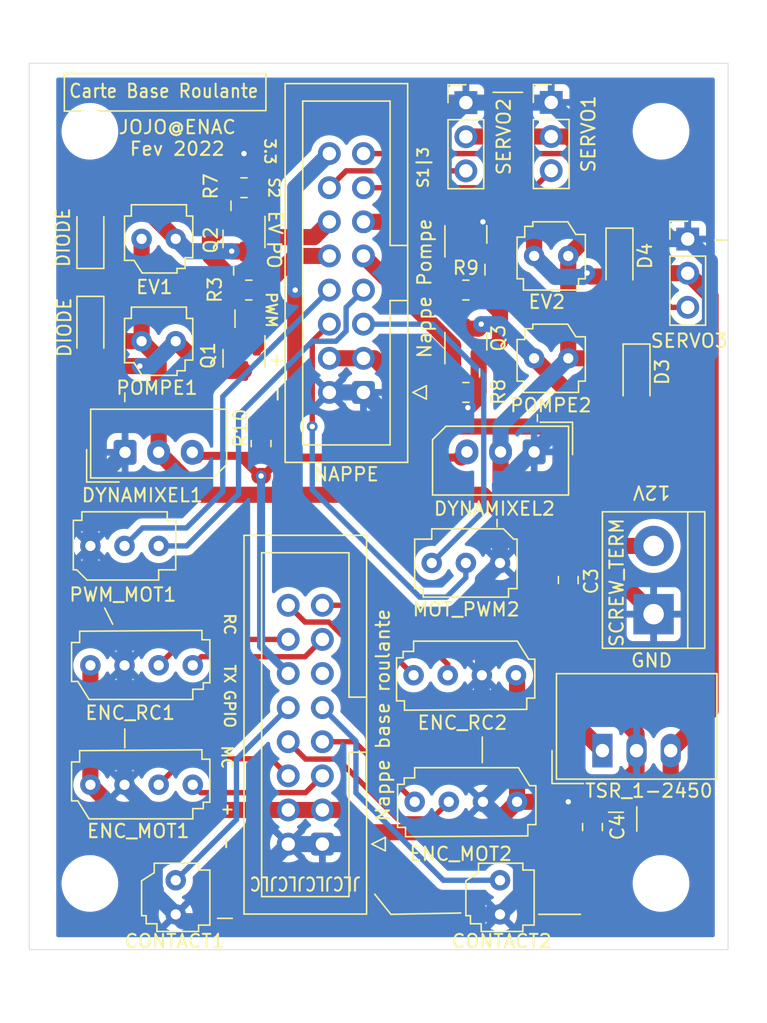
<source format=kicad_pcb>
(kicad_pcb (version 20211014) (generator pcbnew)
  (layers (0 "F.Cu" signal) (31 "B.Cu" signal) (34 "B.Paste" user) (35 "F.Paste" user) (36 "B.SilkS" user "B.Silkscreen") (37 "F.SilkS" user "F.Silkscreen") (38 "B.Mask" user) (39 "F.Mask" user) (44 "Edge.Cuts" user))
  (net 0 "")
  (net 1 "+12V")
  (net 2 "GND")
  (net 3 "+5V")
  (net 4 "Net-(CONN_COL2-Pad2)")
  (net 5 "Net-(CONN_COL3-Pad2)")
  (net 6 "CONTACTEUR1_GPIO")
  (net 7 "Net-(CONN_COL5-Pad2)")
  (net 8 "Net-(CONN_COL6-Pad2)")
  (net 9 "CONTACTEUR2_GPIO")
  (net 10 "MC1B")
  (net 11 "MC1A")
  (net 12 "MC2B")
  (net 13 "MC2A")
  (net 15 "DataAX12_TX")
  (net 16 "RC_1B")
  (net 17 "RC_1A")
  (net 18 "RC_2B")
  (net 19 "RC_2A")
  (net 20 "S3")
  (net 21 "S2")
  (net 22 "Mot2PWM")
  (net 23 "Mot2DIR")
  (net 24 "Mot1PWM")
  (net 25 "Mot1DIR")
  (net 26 "S1")
  (net 27 "POMPE1")
  (net 28 "POMPE2")
  (net 29 "EV1")
  (net 30 "EV2")
  (net 31 "+3V3")
  (footprint "Connector_IDC:IDC-Header_2x08_P2.54mm_Vertical" (layer "F.Cu") (at 111.801511 179.07 180)
    (fp_text reference "Nappe base roulante")
    (fp_text value "Conn_02x08_Top_Bottom")
  )
  (footprint "Converter_DCDC:Converter_DCDC_TRACO_TSR-1_THT" (layer "F.Cu") (at 132.639011 172.111511)
    (fp_text reference "TSR_1-2450")
    (fp_text value "TSR_1-2450")
  )
  (footprint "TerminalBlock:TerminalBlock_bornier-2_P5.08mm" (layer "F.Cu") (at 136.449011 161.951511 90)
    (fp_text reference "SCREW_TERM")
    (fp_text value "Screw_Terminal_01x02")
  )
  (footprint "Capacitor_SMD:C_0805_2012Metric" (layer "F.Cu") (at 130.099011 159.411511 -90)
    (fp_text reference "C3")
    (fp_text value "C")
  )
  (footprint "Diode_SMD:D_SOD-123F" (layer "F.Cu") (at 133.909011 135.411511 -90)
    (fp_text reference "D4")
    (fp_text value "PMEG2020EH")
  )
  (footprint "Resistor_SMD:R_0805_2012Metric" (layer "F.Cu") (at 107.239011 149.251511 -90)
    (fp_text reference "R10")
    (fp_text value "1k")
  )
  (footprint "MountingHole:MountingHole_3.2mm_M3" (layer "F.Cu") (at 94.5 126)
    (fp_text reference "R")
    (fp_text value "MountingHole_3.2mm_M3")
  )
  (footprint "library:HE14_EMBASE_1x03" (layer "F.Cu") (at 94.539011 156.871511)
    (fp_text reference "PWM_MOT1")
    (fp_text value "MOT_PWM_1")
  )
  (footprint "library:HE14_EMBASE_1x02" (layer "F.Cu") (at 97.587011 141.631511)
    (fp_text reference "POMPE1")
    (fp_text value "POMPE1")
  )
  (footprint "Package_TO_SOT_SMD:SOT-23" (layer "F.Cu") (at 122.479011 133.679011 90)
    (fp_text reference "Nappe Pompe")
    (fp_text value "IRLML0030")
  )
  (footprint "Package_TO_SOT_SMD:SOT-23" (layer "F.Cu") (at 122.479011 141.631511 90)
    (fp_text reference "Q3")
    (fp_text value "IRLML0030")
  )
  (footprint "Resistor_SMD:R_0805_2012Metric" (layer "F.Cu") (at 106.326511 137.821511 180)
    (fp_text reference "R3")
    (fp_text value "10k")
  )
  (footprint "Resistor_SMD:R_0805_2012Metric" (layer "F.Cu") (at 122.479011 145.441511)
    (fp_text reference "R8")
    (fp_text value "10k")
  )
  (footprint "library:HE14_EMBASE_1x02" (layer "F.Cu") (at 125.019011 181.001511 -90)
    (fp_text reference "CONTACT2")
    (fp_text value "CONTACT_2")
  )
  (footprint "Connector_PinHeader_2.54mm:PinHeader_1x03_P2.54mm_Vertical" (layer "F.Cu") (at 128.829011 123.851511)
    (fp_text reference "SERVO1")
    (fp_text value "SERVO1")
  )
  (footprint "library:HE14_EMBASE_1x04" (layer "F.Cu") (at 126.21 166.5 180)
    (fp_text reference "ENC_RC2")
    (fp_text value "ENC_FOL_2")
  )
  (footprint "Diode_SMD:D_SOD-123F" (layer "F.Cu") (at 135.179011 144.041511 -90)
    (fp_text reference "D3")
    (fp_text value "PMEG2020EH")
  )
  (footprint "library:HE14_EMBASE_1x02" (layer "F.Cu") (at 130.861011 135.281511 180)
    (fp_text reference "EV2")
    (fp_text value "EV2")
  )
  (footprint "library:HE14_EMBASE_1x02" (layer "F.Cu") (at 97.587011 134.011511)
    (fp_text reference "EV1")
    (fp_text value "EV1")
  )
  (footprint "MountingHole:MountingHole_3.2mm_M3" (layer "F.Cu") (at 94.5 182)
    (fp_text reference "R")
    (fp_text value "MountingHole_3.2mm_M3")
  )
  (footprint "library:HE14_EMBASE_1x02" (layer "F.Cu") (at 130.861011 142.901511 180)
    (fp_text reference "POMPE2")
    (fp_text value "POMPE2")
  )
  (footprint "Package_TO_SOT_SMD:SOT-23" (layer "F.Cu") (at 105.969011 142.901511 -90)
    (fp_text reference "Q1")
    (fp_text value "IRLML0030")
  )
  (footprint "library:HE14_EMBASE_1x04" (layer "F.Cu") (at 94.539011 174.651511)
    (fp_text reference "ENC_MOT1")
    (fp_text value "ENC_MOT_1")
  )
  (footprint "Diode_SMD:D_SOD-123F" (layer "F.Cu") (at 94.539011 140.491511 -90)
    (fp_text reference "DIODE")
    (fp_text value "PMEG2020EH")
  )
  (footprint "Connector_PinHeader_2.54mm:PinHeader_1x03_P2.54mm_Vertical" (layer "F.Cu") (at 138.989011 134.026511)
    (fp_text reference "SERVO3")
    (fp_text value "SERVO3")
  )
  (footprint "MountingHole:MountingHole_3.2mm_M3" (layer "F.Cu") (at 137 126)
    (fp_text reference "R")
    (fp_text value "MountingHole_3.2mm_M3")
  )
  (footprint "Connector_IDC:IDC-Header_2x08_P2.54mm_Vertical" (layer "F.Cu") (at 114.859011 145.441511 180)
    (fp_text reference "NAPPE")
    (fp_text value "Conn_02x08_Top_Bottom")
  )
  (footprint "Diode_SMD:D_SOD-123F" (layer "F.Cu") (at 94.539011 134.011511 90)
    (fp_text reference "DIODE")
    (fp_text value "PMEG2020EH")
  )
  (footprint "library:HE14_EMBASE_1x04" (layer "F.Cu") (at 126.289011 175.921511 180)
    (fp_text reference "ENC_MOT2")
    (fp_text value "ENC_MOT_2")
  )
  (footprint "MountingHole:MountingHole_3.2mm_M3" (layer "F.Cu") (at 137 182)
    (fp_text reference "R")
    (fp_text value "MountingHole_3.2mm_M3")
  )
  (footprint "Connector_PinHeader_2.54mm:PinHeader_1x03_P2.54mm_Vertical" (layer "F.Cu") (at 122.479011 123.866511)
    (fp_text reference "SERVO2")
    (fp_text value "SERVO2")
  )
  (footprint "library:HE14_EMBASE_1x03" (layer "F.Cu") (at 125.019011 158.141511 180)
    (fp_text reference "MOT_PWM2")
    (fp_text value "MOT_PWM_2")
  )
  (footprint "Connector_Molex:Molex_SPOX_5267-03A_1x03_P2.50mm_Vertical" (layer "F.Cu") (at 127.559011 149.871511 180)
    (fp_text reference "DYNAMIXEL2")
    (fp_text value "AX12_2")
  )
  (footprint "Resistor_SMD:R_0805_2012Metric" (layer "F.Cu") (at 122.479011 137.821511)
    (fp_text reference "R9")
    (fp_text value "10k")
  )
  (footprint "Connector_Molex:Molex_SPOX_5267-03A_1x03_P2.50mm_Vertical" (layer "F.Cu") (at 97.119011 149.901511)
    (fp_text reference "DYNAMIXEL1")
    (fp_text value "AX12_1")
  )
  (footprint "Package_TO_SOT_SMD:SOT-23" (layer "F.Cu") (at 105.969011 134.011511 -90)
    (fp_text reference "Q2")
    (fp_text value "IRLML0030")
  )
  (footprint "library:HE14_EMBASE_1x02" (layer "F.Cu") (at 100.889011 181.001511 -90)
    (fp_text reference "CONTACT1")
    (fp_text value "CONTACT_1")
  )
  (footprint "Capacitor_SMD:C_0805_2012Metric" (layer "F.Cu") (at 131.9 177.8 -90)
    (fp_text reference "C4")
    (fp_text value "C")
  )
  (footprint "library:HE14_EMBASE_1x04" (layer "F.Cu") (at 94.539011 165.761511)
    (fp_text reference "ENC_RC1")
    (fp_text value "ENC_FOL_1")
  )
  (footprint "Resistor_SMD:R_0805_2012Metric" (layer "F.Cu") (at 105.969011 130.201511 180)
    (fp_text reference "R7")
    (fp_text value "10k")
  )
  (gr_line (start 107.6 121.7) (end 107.6 124.46) (layer "F.SilkS") (width 0.12))
  (gr_line (start 124.8 155.45) (end 124.8 154.9) (layer "F.SilkS") (width 0.12))
  (gr_line (start 122.1 184.2) (end 116.9 184.3) (layer "F.SilkS") (width 0.12))
  (gr_line (start 116.9 184.3) (end 115.7 182.8) (layer "F.SilkS") (width 0.12))
  (gr_line (start 133.1 176.7) (end 133.8 176.7) (layer "F.SilkS") (width 0.12))
  (gr_line (start 92.6 121.7) (end 107.6 121.7) (layer "F.SilkS") (width 0.12))
  (gr_line (start 127.8 147.6) (end 127.8 147.1) (layer "F.SilkS") (width 0.12))
  (gr_line (start 96.2 162.7) (end 95.6 161.5) (layer "F.SilkS") (width 0.12))
  (gr_line (start 97.1 146.125) (end 97.1 145.475) (layer "F.SilkS") (width 0.12))
  (gr_line (start 107.6 124.46) (end 92.6 124.5) (layer "F.SilkS") (width 0.12))
  (gr_line (start 92.6 121.7) (end 92.6 124.5) (layer "F.SilkS") (width 0.12))
  (gr_line (start 105.1 184.6) (end 104 184.6) (layer "F.SilkS") (width 0.12))
  (gr_line (start 123.9 135.9) (end 123.9 136.7) (layer "F.SilkS") (width 0.12))
  (gr_line (start 131 184.3) (end 127.9 184.3) (layer "F.SilkS") (width 0.12))
  (gr_line (start 105 131.2) (end 105 131.9) (layer "F.SilkS") (width 0.12))
  (gr_line (start 123.5 143.7) (end 123.5 144.3) (layer "F.SilkS") (width 0.12))
  (gr_line (start 105.2 136.1) (end 105.2 136.7) (layer "F.SilkS") (width 0.12))
  (gr_line (start 135.2 178.1) (end 135.2 176.3) (layer "F.SilkS") (width 0.12))
  (gr_line (start 105.3 139.3) (end 105.3 140.6) (layer "F.SilkS") (width 0.12))
  (gr_line (start 97.1 171.9) (end 97.1 170.5) (layer "F.SilkS") (width 0.12))
  (gr_line (start 133.8 176.7) (end 134.2 176.7) (layer "F.SilkS") (width 0.12))
  (gr_line (start 123.7 171.1) (end 123.7 173) (layer "F.SilkS") (width 0.12))
  (gr_line (start 126.7 123.1) (end 124.5 123.1) (layer "F.SilkS") (width 0.12))
  (gr_line (start 141.9 134.1) (end 141 134.1) (layer "F.SilkS") (width 0.12))
  (gr_rect locked (start 89.989011 120.931511) (end 141.989011 186.931511) (layer "Edge.Cuts") (width 0.05) (fill none))
  (gr_text "MC" (at 104.7 172.6 270) (layer "F.SilkS") (effects (font (size 0.8 0.8))))
  (gr_text "3.3" (at 107.9 127.5 270) (layer "F.SilkS") (effects (font (size 0.8 0.8))))
  (gr_text "-" (at 104.7 179 270) (layer "F.SilkS") (effects (font (size 0.8 0.8))))
  (gr_text "S1|3" (at 119.3 128.7 90) (layer "F.SilkS") (effects (font (size 0.8 0.8))))
  (gr_text "Carte Base Roulante" (at 100 123) (layer "F.SilkS") (effects (font (size 1 0.9))))
  (gr_text "-" (at 108.4 145.6 90) (layer "F.SilkS") (effects (font (size 1 1))))
  (gr_text "PWM" (at 108 139.3 270) (layer "F.SilkS") (effects (font (size 0.8 0.8))))
  (gr_text "PO" (at 108.2 135.2 270) (layer "F.SilkS") (effects (font (size 1 1))))
  (gr_text "TX" (at 104.9 166.4 270) (layer "F.SilkS") (effects (font (size 0.8 0.8))))
  (gr_text "JLCJLCJLCJLC\n" (at 110.531511 182 180) (layer "F.SilkS") (effects (font (size 1 0.8))))
  (gr_text "12V" (at 136.3 152.9 180) (layer "F.SilkS") (effects (font (size 1 1))))
  (gr_text "JOJO@ENAC\nFev 2022" (at 101 126.5) (layer "F.SilkS") (effects (font (size 1 1))))
  (gr_text "+" (at 104.8 176.5 270) (layer "F.SilkS") (effects (font (size 0.8 0.8))))
  (gr_text "S2" (at 108.2 130.2 270) (layer "F.SilkS") (effects (font (size 0.8 0.8))))
  (gr_text "RC" (at 104.9 162.7 270) (layer "F.SilkS") (effects (font (size 0.8 0.8))))
  (gr_text "GPIO" (at 104.9 169 270) (layer "F.SilkS") (effects (font (size 0.8 0.8))))
  (gr_text "+" (at 108.4 143) (layer "F.SilkS") (effects (font (size 1 1))))
  (gr_text "EV" (at 108.3 132.8 270) (layer "F.SilkS") (effects (font (size 1 1))))
  (gr_text "GND" (at 136.3 165.4) (layer "F.SilkS") (effects (font (size 1 1))))
  (segment (start 97.079011 141.631511) (end 98.349011 141.631511) (width 1.2) (layer "F.Cu") (net 1))
  (segment (start 94.539011 139.091511) (end 94.539011 135.411511) (width 1.2) (layer "F.Cu") (net 1))
  (segment (start 134.919011 142.901511) (end 135.179011 142.641511) (width 1.2) (layer "F.Cu") (net 1))
  (segment (start 130.099011 158.461511) (end 129.789766 158.461511) (width 1.2) (layer "F.Cu") (net 1))
  (segment (start 133.909011 134.011511) (end 131.369011 134.011511) (width 1.2) (layer "F.Cu") (net 1))
  (segment (start 102.779011 153.061511) (end 99.619011 149.901511) (width 1.2) (layer "F.Cu") (net 1))
  (segment (start 98.349011 141.631511) (end 98.349011 134.011511) (width 1.2) (layer "F.Cu") (net 1))
  (segment (start 130.099011 142.901511) (end 134.919011 142.901511) (width 1.2) (layer "F.Cu") (net 1))
  (segment (start 125.059011 154.291511) (end 125.019011 154.331511) (width 1.2) (layer "F.Cu") (net 1))
  (segment (start 129.789766 158.461511) (end 128.574491 159.676786) (width 1.2) (layer "F.Cu") (net 1))
  (segment (start 130.099011 135.281511) (end 130.099011 142.901511) (width 1.2) (layer "F.Cu") (net 1))
  (segment (start 131.369011 134.011511) (end 130.099011 135.281511) (width 1.2) (layer "F.Cu") (net 1))
  (segment (start 128.574491 159.676786) (end 128.574491 168.046991) (width 1.2) (layer "F.Cu") (net 1))
  (segment (start 130.099011 158.421511) (end 130.099011 158.461511) (width 1.2) (layer "F.Cu") (net 1))
  (segment (start 99.619011 142.901511) (end 98.349011 141.631511) (width 1.2) (layer "F.Cu") (net 1))
  (segment (start 127.559011 156.871511) (end 136.449011 156.871511) (width 1.2) (layer "F.Cu") (net 1))
  (segment (start 99.619011 149.901511) (end 99.619011 142.901511) (width 1.2) (layer "F.Cu") (net 1))
  (segment (start 125.019011 154.331511) (end 123.749011 153.061511) (width 1.2) (layer "F.Cu") (net 1))
  (segment (start 125.059011 149.871511) (end 125.059011 154.291511) (width 1.2) (layer "F.Cu") (net 1))
  (segment (start 128.574491 168.046991) (end 132.639011 172.111511) (width 1.2) (layer "F.Cu") (net 1))
  (segment (start 94.539011 139.091511) (end 97.079011 141.631511) (width 1.2) (layer "F.Cu") (net 1))
  (segment (start 123.749011 153.061511) (end 102.779011 153.061511) (width 1.2) (layer "F.Cu") (net 1))
  (segment (start 131.649011 156.871511) (end 130.099011 158.421511) (width 1.2) (layer "F.Cu") (net 1))
  (segment (start 136.449011 156.871511) (end 131.649011 156.871511) (width 1.2) (layer "F.Cu") (net 1))
  (segment (start 125.019011 154.331511) (end 127.559011 156.871511) (width 1.2) (layer "F.Cu") (net 1))
  (segment (start 130.099011 142.901511) (end 125.059011 147.941511) (width 1.2) (layer "B.Cu") (net 1))
  (segment (start 125.059011 147.941511) (end 125.059011 149.871511) (width 1.2) (layer "B.Cu") (net 1))
  (segment (start 105.414011 137.821511) (end 105.414011 137.266511) (width 1.2) (layer "F.Cu") (net 2))
  (segment (start 123.391511 145.441511) (end 123.391511 145.813256) (width 1.2) (layer "F.Cu") (net 2))
  (segment (start 125.019011 141.631511) (end 124.231031 142.419491) (width 1.2) (layer "F.Cu") (net 2))
  (segment (start 123.429011 142.569011) (end 123.429011 145.404011) (width 1.2) (layer "F.Cu") (net 2))
  (segment (start 130.099011 165.761511) (end 135.179011 170.841511) (width 1.2) (layer "F.Cu") (net 2))
  (segment (start 123.391511 145.813256) (end 122.628522 146.576245) (width 1.2) (layer "F.Cu") (net 2))
  (segment (start 103.429011 134.011511) (end 104.366511 133.074011) (width 1.2) (layer "F.Cu") (net 2))
  (segment (start 125.019011 139.449011) (end 125.019011 141.631511) (width 1.2) (layer "F.Cu") (net 2))
  (segment (start 133.909011 159.411511) (end 131.369011 159.411511) (width 1.2) (layer "F.Cu") (net 2))
  (segment (start 105.056511 133.036511) (end 105.019011 133.074011) (width 1.2) (layer "F.Cu") (net 2))
  (segment (start 130.909491 176.731991) (end 130.099011 175.921511) (width 1.2) (layer "F.Cu") (net 2))
  (segment (start 136.449011 161.951511) (end 133.909011 159.411511) (width 1.2) (layer "F.Cu") (net 2))
  (segment (start 123.749011 134.296511) (end 123.429011 134.616511) (width 1.2) (layer "F.Cu") (net 2))
  (segment (start 105.414011 141.569011) (end 105.019011 141.964011) (width 1.2) (layer "F.Cu") (net 2))
  (segment (start 123.429011 134.616511) (end 123.429011 137.784011) (width 1.2) (layer "F.Cu") (net 2))
  (segment (start 135.179011 172.111511) (end 135.179011 173.570989) (width 1.2) (layer "F.Cu") (net 2))
  (segment (start 104.366511 133.074011) (end 105.019011 133.074011) (width 1.2) (layer "F.Cu") (net 2))
  (segment (start 105.056511 128.574011) (end 105.056511 130.201511) (width 1.2) (layer "F.Cu") (net 2))
  (segment (start 130.099011 160.361511) (end 130.099011 165.761511) (width 1.2) (layer "F.Cu") (net 2))
  (segment (start 103.429011 135.281511) (end 103.429011 134.011511) (width 1.2) (layer "F.Cu") (net 2))
  (segment (start 131.369011 159.411511) (end 130.099011 160.681511) (width 1.2) (layer "F.Cu") (net 2))
  (segment (start 123.578531 142.419491) (end 123.429011 142.569011) (width 1.2) (layer "F.Cu") (net 2))
  (segment (start 135.179011 170.841511) (end 135.179011 172.111511) (width 1.2) (layer "F.Cu") (net 2))
  (segment (start 123.391511 137.821511) (end 125.019011 139.449011) (width 1.2) (layer "F.Cu") (net 2))
  (segment (start 105.969011 127.661511) (end 105.056511 128.574011) (width 1.2) (layer "F.Cu") (net 2))
  (segment (start 135.179011 173.570989) (end 132.018009 176.731991) (width 1.2) (layer "F.Cu") (net 2))
  (segment (start 123.429011 137.784011) (end 123.391511 137.821511) (width 1.2) (layer "F.Cu") (net 2))
  (segment (start 123.429011 145.404011) (end 123.391511 145.441511) (width 1.2) (layer "F.Cu") (net 2))
  (segment (start 105.056511 130.201511) (end 105.056511 133.036511) (width 1.2) (layer "F.Cu") (net 2))
  (segment (start 105.414011 137.821511) (end 105.414011 141.569011) (width 1.2) (layer "F.Cu") (net 2))
  (segment (start 132.018009 176.731991) (end 130.909491 176.731991) (width 1.2) (layer "F.Cu") (net 2))
  (segment (start 123.749011 132.741511) (end 123.749011 134.296511) (width 1.2) (layer "F.Cu") (net 2))
  (segment (start 105.414011 137.266511) (end 103.429011 135.281511) (width 1.2) (layer "F.Cu") (net 2))
  (segment (start 124.231031 142.419491) (end 123.578531 142.419491) (width 1.2) (layer "F.Cu") (net 2))
  (via (at 123.749011 132.741511) (size 0.8) (drill 0.4) (layers "F.Cu" "B.Cu") (net 2))
  (via (at 105.969011 127.661511) (size 0.8) (drill 0.4) (layers "F.Cu" "B.Cu") (net 2))
  (via (at 130.099011 175.921511) (size 0.8) (drill 0.4) (layers "F.Cu" "B.Cu") (net 2))
  (via (at 122.628522 146.576245) (size 0.8) (drill 0.4) (layers "F.Cu" "B.Cu") (net 2))
  (segment (start 126.580522 178.753022) (end 126.580522 182.742) (width 1.2) (layer "B.Cu") (net 2))
  (segment (start 122.479011 123.866511) (end 128.814011 123.866511) (width 1.2) (layer "B.Cu") (net 2))
  (segment (start 122.628522 146.576245) (end 115.993745 146.576245) (width 1.2) (layer "B.Cu") (net 2))
  (segment (start 109.261511 179.07) (end 103.52 184.811511) (width 1.2) (layer "B.Cu") (net 2))
  (segment (start 126.580522 182.742) (end 125.019011 184.303511) (width 1.2) (layer "B.Cu") (net 2))
  (segment (start 97.079011 165.761511) (end 97.079011 163.221511) (width 1.2) (layer "B.Cu") (net 2))
  (segment (start 99.3275 176.9) (end 97.079011 174.651511) (width 1.2) (layer "B.Cu") (net 2))
  (segment (start 123.749011 159.411511) (end 123.749011 166.420989) (width 1.2) (layer "B.Cu") (net 2))
  (segment (start 138.989011 134.026511) (end 140.638522 135.676022) (width 1.2) (layer "B.Cu") (net 2))
  (segment (start 125.019011 152.319284) (end 125.019011 158.141511) (width 1.2) (layer "B.Cu") (net 2))
  (segment (start 127.466784 149.871511) (end 125.019011 152.319284) (width 1.2) (layer "B.Cu") (net 2))
  (segment (start 140.638522 142.522) (end 135.179011 147.981511) (width 1.2) (layer "B.Cu") (net 2))
  (segment (start 123.749011 166.420989) (end 123.67 166.5) (width 1.2) (layer "B.Cu") (net 2))
  (segment (start 94.539011 152.481511) (end 97.119011 149.901511) (width 1.2) (layer "B.Cu") (net 2))
  (segment (start 140.638522 135.676022) (end 140.638522 142.522) (width 1.2) (layer "B.Cu") (net 2))
  (segment (start 99.3275 182.410311) (end 99.3275 176.9) (width 1.2) (layer "B.Cu") (net 2))
  (segment (start 113.638489 179.07) (end 111.801511 179.07) (width 1.2) (layer "B.Cu") (net 2))
  (segment (start 127.559011 149.871511) (end 127.466784 149.871511) (width 1.2) (layer "B.Cu") (net 2))
  (segment (start 120.8295 125.516022) (end 120.8295 129.822) (width 1.2) (layer "B.Cu") (net 2))
  (segment (start 123.749011 175.921511) (end 126.580522 178.753022) (width 1.2) (layer "B.Cu") (net 2))
  (segment (start 97.079011 163.221511) (end 94.539011 160.681511) (width 1.2) (layer "B.Cu") (net 2))
  (segment (start 128.829011 123.851511) (end 131.369011 126.391511) (width 1.2) (layer "B.Cu") (net 2))
  (segment (start 103.52 184.811511) (end 101.397011 184.811511) (width 1.2) (layer "B.Cu") (net 2))
  (segment (start 111.801511 179.07) (end 109.261511 179.07) (width 1.2) (layer "B.Cu") (net 2))
  (segment (start 100.889011 184.303511) (end 99.403855 182.818355) (width 1.2) (layer "B.Cu") (net 2))
  (segment (start 125.019011 184.303511) (end 118.872 184.303511) (width 1.2) (layer "B.Cu") (net 2))
  (segment (start 137.734011 134.026511) (end 138.989011 134.026511) (width 1.2) (layer "B.Cu") (net 2))
  (segment (start 128.814011 123.866511) (end 128.829011 123.851511) (width 1.2) (layer "B.Cu") (net 2))
  (segment (start 125.019011 158.141511) (end 123.749011 159.411511) (width 1.2) (layer "B.Cu") (net 2))
  (segment (start 118.872 184.303511) (end 113.638489 179.07) (width 1.2) (layer "B.Cu") (net 2))
  (segment (start 122.479011 123.866511) (end 109.764011 123.866511) (width 1.2) (layer "B.Cu") (net 2))
  (segment (start 94.539011 160.681511) (end 94.539011 156.871511) (width 1.2) (layer "B.Cu") (net 2))
  (segment (start 122.479011 123.866511) (end 120.8295 125.516022) (width 1.2) (layer "B.Cu") (net 2))
  (segment (start 130.099011 175.921511) (end 128.5375 174.36) (width 1.2) (layer "B.Cu") (net 2))
  (segment (start 94.539011 156.871511) (end 94.539011 152.481511) (width 1.2) (layer "B.Cu") (net 2))
  (segment (start 97.079011 174.651511) (end 97.079011 165.761511) (width 1.2) (layer "B.Cu") (net 2))
  (segment (start 109.764011 123.866511) (end 105.969011 127.661511) (width 1.2) (layer "B.Cu") (net 2))
  (segment (start 129.449011 147.981511) (end 127.559011 149.871511) (width 1.2) (layer "B.Cu") (net 2))
  (segment (start 120.8295 129.822) (end 123.749011 132.741511) (width 1.2) (layer "B.Cu") (net 2))
  (segment (start 112.319011 145.441511) (end 114.859011 145.441511) (width 1.2) (layer "B.Cu") (net 2))
  (segment (start 101.397011 184.811511) (end 100.889011 184.303511) (width 1.2) (layer "B.Cu") (net 2))
  (segment (start 131.369011 126.391511) (end 131.369011 127.661511) (width 1.2) (layer "B.Cu") (net 2))
  (segment (start 131.369011 127.661511) (end 137.734011 134.026511) (width 1.2) (layer "B.Cu") (net 2))
  (segment (start 128.5375 174.36) (end 125.310522 174.36) (width 1.2) (layer "B.Cu") (net 2))
  (segment (start 125.310522 174.36) (end 123.749011 175.921511) (width 1.2) (layer "B.Cu") (net 2))
  (segment (start 115.993745 146.576245) (end 114.859011 145.441511) (width 1.2) (layer "B.Cu") (net 2))
  (segment (start 123.67 166.5) (end 123.67 169.4925) (width 1.2) (layer "B.Cu") (net 2))
  (segment (start 123.67 169.4925) (end 128.5375 174.36) (width 1.2) (layer "B.Cu") (net 2))
  (segment (start 99.403855 182.486666) (end 99.3275 182.410311) (width 1.2) (layer "B.Cu") (net 2))
  (segment (start 99.403855 182.818355) (end 99.403855 182.486666) (width 1.2) (layer "B.Cu") (net 2))
  (segment (start 135.179011 147.981511) (end 129.449011 147.981511) (width 1.2) (layer "B.Cu") (net 2))
  (segment (start 111.801511 176.53) (end 109.261511 176.53) (width 1.2) (layer "F.Cu") (net 3))
  (segment (start 126.289011 175.921511) (end 126.289011 166.579011) (width 1.2) (layer "F.Cu") (net 3))
  (segment (start 127.661511 175.921511) (end 126.289011 175.921511) (width 1.2) (layer "F.Cu") (net 3))
  (segment (start 136.389011 135.831511) (end 136.389011 132.681511) (width 1.2) (layer "F.Cu") (net 3))
  (segment (start 112.319011 142.901511) (end 114.859011 142.901511) (width 1.2) (layer "F.Cu") (net 3))
  (segment (start 133.530522 178.75) (end 130.49 178.75) (width 1.2) (layer "F.Cu") (net 3))
  (segment (start 128.829011 126.391511) (end 122.494011 126.391511) (width 1.2) (layer "F.Cu") (net 3))
  (segment (start 137.719011 172.111511) (end 137.719011 174.561511) (width 1.2) (layer "F.Cu") (net 3))
  (segment (start 130.49 178.75) (end 127.661511 175.921511) (width 1.2) (layer "F.Cu") (net 3))
  (segment (start 140.689011 151.031511) (end 140.689011 138.266511) (width 1.2) (layer "F.Cu") (net 3))
  (segment (start 115.665638 142.901511) (end 120.745638 147.981511) (width 1.2) (layer "F.Cu") (net 3))
  (segment (start 122.494011 126.391511) (end 122.479011 126.406511) (width 1.2) (layer "F.Cu") (net 3))
  (segment (start 137.639011 147.981511) (end 140.689011 151.031511) (width 1.2) (layer "F.Cu") (net 3))
  (segment (start 137.719011 174.561511) (end 133.530522 178.75) (width 1.2) (layer "F.Cu") (net 3))
  (segment (start 124.019492 178.19103) (end 115.267816 178.19103) (width 1.2) (layer "F.Cu") (net 3))
  (segment (start 115.267816 178.19103) (end 113.606786 176.53) (width 1.2) (layer "F.Cu") (net 3))
  (segment (start 136.389011 132.681511) (end 130.099011 126.391511) (width 1.2) (layer "F.Cu") (net 3))
  (segment (start 120.745638 147.981511) (end 137.639011 147.981511) (width 1.2) (layer "F.Cu") (net 3))
  (segment (start 137.719011 172.111511) (end 140.689011 169.141511) (width 1.2) (layer "F.Cu") (net 3))
  (segment (start 113.606786 176.53) (end 111.801511 176.53) (width 1.2) (layer "F.Cu") (net 3))
  (segment (start 126.289011 175.921511) (end 124.019492 178.19103) (width 1.2) (layer "F.Cu") (net 3))
  (segment (start 94.539011 174.651511) (end 94.539011 165.761511) (width 1.2) (layer "F.Cu") (net 3))
  (segment (start 138.989011 136.566511) (end 137.124011 136.566511) (width 1.2) (layer "F.Cu") (net 3))
  (segment (start 96.4175 176.53) (end 94.539011 174.651511) (width 1.2) (layer "F.Cu") (net 3))
  (segment (start 130.099011 126.391511) (end 128.829011 126.391511) (width 1.2) (layer "F.Cu") (net 3))
  (segment (start 114.859011 142.901511) (end 115.665638 142.901511) (width 1.2) (layer "F.Cu") (net 3))
  (segment (start 140.689011 138.266511) (end 138.989011 136.566511) (width 1.2) (layer "F.Cu") (net 3))
  (segment (start 140.689011 169.141511) (end 140.689011 151.031511) (width 1.2) (layer "F.Cu") (net 3))
  (segment (start 109.261511 176.53) (end 96.4175 176.53) (width 1.2) (layer "F.Cu") (net 3))
  (segment (start 137.124011 136.566511) (end 136.389011 135.831511) (width 1.2) (layer "F.Cu") (net 3))
  (segment (start 126.289011 166.579011) (end 126.21 166.5) (width 1.2) (layer "F.Cu") (net 3))
  (segment (start 94.539011 141.891511) (end 96.128711 143.481211) (width 1.2) (layer "F.Cu") (net 4))
  (segment (start 105.969011 143.839011) (end 103.096511 143.839011) (width 1.2) (layer "F.Cu") (net 4))
  (segment (start 96.128711 143.481211) (end 98.219491 143.481211) (width 1.2) (layer "F.Cu") (net 4))
  (segment (start 103.096511 143.839011) (end 100.889011 141.631511) (width 1.2) (layer "F.Cu") (net 4))
  (via (at 98.219491 143.481211) (size 0.8) (drill 0.4) (layers "F.Cu" "B.Cu") (net 4))
  (segment (start 98.219491 143.481211) (end 99.039311 143.481211) (width 1.2) (layer "B.Cu") (net 4))
  (segment (start 99.039311 143.481211) (end 100.889011 141.631511) (width 1.2) (layer "B.Cu") (net 4))
  (segment (start 95.679011 131.471511) (end 94.539011 132.611511) (width 1.2) (layer "F.Cu") (net 5))
  (segment (start 100.889011 134.011511) (end 98.349011 131.471511) (width 1.2) (layer "F.Cu") (net 5))
  (segment (start 105.969011 134.949011) (end 105.075731 134.949011) (width 1.2) (layer "F.Cu") (net 5))
  (segment (start 98.349011 131.471511) (end 95.679011 131.471511) (width 1.2) (layer "F.Cu") (net 5))
  (segment (start 105.053621 134.926901) (end 105.075731 134.949011) (width 1.2) (layer "F.Cu") (net 5))
  (via (at 105.053621 134.926901) (size 0.8) (drill 0.4) (layers "F.Cu" "B.Cu") (net 5))
  (segment (start 101.804401 134.926901) (end 100.889011 134.011511) (width 1.2) (layer "B.Cu") (net 5))
  (segment (start 105.053621 134.926901) (end 101.804401 134.926901) (width 1.2) (layer "B.Cu") (net 5))
  (segment (start 105.41 172.761511) (end 105.41 177.242522) (width 0.4) (layer "B.Cu") (net 6))
  (segment (start 105.41 177.242522) (end 100.889011 181.763511) (width 0.4) (layer "B.Cu") (net 6))
  (segment (start 109.261511 168.91) (end 105.41 172.761511) (width 0.4) (layer "B.Cu") (net 6))
  (segment (start 122.479011 140.694011) (end 123.416511 140.694011) (width 1.2) (layer "F.Cu") (net 7))
  (segment (start 123.619491 140.491031) (end 123.619491 140.361511) (width 1.2) (layer "F.Cu") (net 7))
  (segment (start 123.416511 140.694011) (end 123.619491 140.491031) (width 1.2) (layer "F.Cu") (net 7))
  (segment (start 130.099011 145.441511) (end 127.559011 142.901511) (width 1.2) (layer "F.Cu") (net 7))
  (segment (start 135.179011 145.441511) (end 130.099011 145.441511) (width 1.2) (layer "F.Cu") (net 7))
  (via (at 123.619491 140.361511) (size 0.8) (drill 0.4) (layers "F.Cu" "B.Cu") (net 7))
  (segment (start 123.619491 140.361511) (end 125.019011 140.361511) (width 1.2) (layer "B.Cu") (net 7))
  (segment (start 125.019011 140.361511) (end 127.559011 142.901511) (width 1.2) (layer "B.Cu") (net 7))
  (segment (start 124.889491 131.341991) (end 123.169311 131.341991) (width 1.2) (layer "F.Cu") (net 8))
  (segment (start 122.349491 132.161811) (end 122.349491 132.741511) (width 1.2) (layer "F.Cu") (net 8))
  (segment (start 127.559011 135.281511) (end 127.559011 134.011511) (width 1.2) (layer "F.Cu") (net 8))
  (segment (start 133.909011 136.811511) (end 131.758531 136.811511) (width 1.2) (layer "F.Cu") (net 8))
  (segment (start 131.498531 136.551511) (end 131.758531 136.811511) (width 1.2) (layer "F.Cu") (net 8))
  (segment (start 123.169311 131.341991) (end 122.349491 132.161811) (width 1.2) (layer "F.Cu") (net 8))
  (segment (start 127.559011 134.011511) (end 124.889491 131.341991) (width 1.2) (layer "F.Cu") (net 8))
  (via (at 131.498531 136.551511) (size 0.8) (drill 0.4) (layers "F.Cu" "B.Cu") (net 8))
  (segment (start 131.498531 136.551511) (end 131.20702 136.843022) (width 1.2) (layer "B.Cu") (net 8))
  (segment (start 131.20702 136.843022) (end 129.120522 136.843022) (width 1.2) (layer "B.Cu") (net 8))
  (segment (start 129.120522 136.843022) (end 127.559011 135.281511) (width 1.2) (layer "B.Cu") (net 8))
  (segment (start 120.803511 181.763511) (end 125.019011 181.763511) (width 0.4) (layer "B.Cu") (net 9))
  (segment (start 114.3 175.26) (end 120.803511 181.763511) (width 0.4) (layer "B.Cu") (net 9))
  (segment (start 114.3 171.408489) (end 114.3 175.26) (width 0.4) (layer "B.Cu") (net 9))
  (segment (start 111.801511 168.91) (end 114.3 171.408489) (width 0.4) (layer "B.Cu") (net 9))
  (segment (start 110.552 175.239511) (end 102.747011 175.239511) (width 0.4) (layer "F.Cu") (net 10))
  (segment (start 111.801511 173.99) (end 110.552 175.239511) (width 0.4) (layer "F.Cu") (net 10))
  (segment (start 102.747011 175.239511) (end 102.159011 174.651511) (width 0.4) (layer "F.Cu") (net 10))
  (segment (start 101.550522 172.72) (end 99.619011 174.651511) (width 0.4) (layer "F.Cu") (net 11))
  (segment (start 107.991511 172.72) (end 101.550522 172.72) (width 0.4) (layer "F.Cu") (net 11))
  (segment (start 109.261511 173.99) (end 107.991511 172.72) (width 0.4) (layer "F.Cu") (net 11))
  (segment (start 114.1975 171.45) (end 111.801511 171.45) (width 0.4) (layer "F.Cu") (net 12))
  (segment (start 118.669011 175.921511) (end 114.1975 171.45) (width 0.4) (layer "F.Cu") (net 12))
  (segment (start 110.552 172.740489) (end 109.261511 171.45) (width 0.4) (layer "F.Cu") (net 13))
  (segment (start 121.209011 175.921511) (end 119.939011 177.191511) (width 0.4) (layer "F.Cu") (net 13))
  (segment (start 117.399011 177.191511) (end 112.947989 172.740489) (width 0.4) (layer "F.Cu") (net 13))
  (segment (start 112.947989 172.740489) (end 110.552 172.740489) (width 0.4) (layer "F.Cu") (net 13))
  (segment (start 119.939011 177.191511) (end 117.399011 177.191511) (width 0.4) (layer "F.Cu") (net 13))
  (segment (start 107.462062 150.2) (end 107.368531 150.293531) (width 0.6) (layer "F.Cu") (net 15))
  (segment (start 102.381511 150.164011) (end 102.119011 149.901511) (width 1.2) (layer "F.Cu") (net 15))
  (segment (start 107.239011 151.661991) (end 107.109491 151.661991) (width 1.2) (layer "F.Cu") (net 15))
  (segment (start 107.239011 150.164011) (end 105.611511 150.164011) (width 0.6) (layer "F.Cu") (net 15))
  (segment (start 122.136991 150.293531) (end 108.736991 150.293531) (width 0.6) (layer "F.Cu") (net 15))
  (segment (start 107.368531 151.661991) (end 108.736991 150.293531) (width 0.6) (layer "F.Cu") (net 15))
  (segment (start 122.559011 149.871511) (end 122.136991 150.293531) (width 1.2) (layer "F.Cu") (net 15))
  (segment (start 105.611511 150.164011) (end 102.381511 150.164011) (width 0.6) (layer "F.Cu") (net 15))
  (segment (start 108.64346 150.2) (end 107.462062 150.2) (width 0.6) (layer "F.Cu") (net 15))
  (segment (start 107.109491 151.661991) (end 105.611511 150.164011) (width 0.6) (layer "F.Cu") (net 15))
  (segment (start 108.736991 150.293531) (end 108.64346 150.2) (width 0.6) (layer "F.Cu") (net 15))
  (segment (start 107.239011 151.661991) (end 107.368531 151.661991) (width 1.2) (layer "F.Cu") (net 15))
  (via (at 107.239011 151.661991) (size 0.8) (drill 0.4) (layers "F.Cu" "B.Cu") (net 15))
  (segment (start 107.239011 151.661991) (end 107.239011 164.3475) (width 0.6) (layer "B.Cu") (net 15))
  (segment (start 107.239011 164.3475) (end 109.261511 166.37) (width 0.6) (layer "B.Cu") (net 15))
  (segment (start 110.511022 165.120489) (end 102.800033 165.120489) (width 0.4) (layer "F.Cu") (net 16))
  (segment (start 102.800033 165.120489) (end 102.159011 165.761511) (width 0.4) (layer "F.Cu") (net 16))
  (segment (start 111.801511 163.83) (end 110.511022 165.120489) (width 0.4) (layer "F.Cu") (net 16))
  (segment (start 109.261511 163.83) (end 101.550522 163.83) (width 0.4) (layer "F.Cu") (net 17))
  (segment (start 101.550522 163.83) (end 99.619011 165.761511) (width 0.4) (layer "F.Cu") (net 17))
  (segment (start 110.511022 162.539511) (end 109.261511 161.29) (width 0.4) (layer "F.Cu") (net 18))
  (segment (start 116.561022 164.471022) (end 114.209609 164.471022) (width 0.4) (layer "F.Cu") (net 18))
  (segment (start 116.561022 164.471022) (end 118.59 166.5) (width 0.4) (layer "F.Cu") (net 18))
  (segment (start 112.278098 162.539511) (end 110.511022 162.539511) (width 0.4) (layer "F.Cu") (net 18))
  (segment (start 114.209609 164.471022) (end 112.278098 162.539511) (width 0.4) (layer "F.Cu") (net 18))
  (segment (start 116.7375 161.29) (end 121.13 165.6825) (width 0.4) (layer "F.Cu") (net 19))
  (segment (start 121.13 165.6825) (end 121.13 166.5) (width 0.4) (layer "F.Cu") (net 19))
  (segment (start 111.801511 161.29) (end 116.7375 161.29) (width 0.4) (layer "F.Cu") (net 19))
  (segment (start 137.734011 139.106511) (end 138.989011 139.106511) (width 0.4) (layer "F.Cu") (net 20))
  (segment (start 129.719011 127.661511) (end 135.179011 133.121511) (width 0.4) (layer "F.Cu") (net 20))
  (segment (start 135.179011 136.551511) (end 137.734011 139.106511) (width 0.4) (layer "F.Cu") (net 20))
  (segment (start 114.859011 127.661511) (end 129.719011 127.661511) (width 0.4) (layer "F.Cu") (net 20))
  (segment (start 135.179011 133.121511) (end 135.179011 136.551511) (width 0.4) (layer "F.Cu") (net 20))
  (segment (start 122.479011 128.946511) (end 113.574011 128.946511) (width 0.4) (layer "F.Cu") (net 21))
  (segment (start 113.574011 128.946511) (end 112.319011 130.201511) (width 0.4) (layer "F.Cu") (net 21))
  (segment (start 111.049011 141.631511) (end 111.049011 147.981511) (width 0.4) (layer "F.Cu") (net 22))
  (segment (start 112.319011 140.361511) (end 111.049011 141.631511) (width 0.4) (layer "F.Cu") (net 22))
  (via (at 111.049011 147.981511) (size 0.8) (drill 0.4) (layers "F.Cu" "B.Cu") (net 22))
  (segment (start 111.049011 152.691511) (end 119.039011 160.681511) (width 0.4) (layer "B.Cu") (net 22))
  (segment (start 121.039011 160.681511) (end 122.479011 159.241511) (width 0.4) (layer "B.Cu") (net 22))
  (segment (start 111.049011 147.981511) (end 111.049011 152.691511) (width 0.4) (layer "B.Cu") (net 22))
  (segment (start 119.039011 160.681511) (end 121.039011 160.681511) (width 0.4) (layer "B.Cu") (net 22))
  (segment (start 122.479011 159.241511) (end 122.479011 158.141511) (width 0.4) (layer "B.Cu") (net 22))
  (segment (start 123.808531 154.271991) (end 123.808531 144.158302) (width 0.4) (layer "B.Cu") (net 23))
  (segment (start 119.939011 158.141511) (end 123.808531 154.271991) (width 0.4) (layer "B.Cu") (net 23))
  (segment (start 120.01174 140.361511) (end 114.859011 140.361511) (width 0.4) (layer "B.Cu") (net 23))
  (segment (start 123.808531 144.158302) (end 120.01174 140.361511) (width 0.4) (layer "B.Cu") (net 23))
  (segment (start 104.389011 152.831511) (end 104.389011 145.751511) (width 0.4) (layer "B.Cu") (net 24))
  (segment (start 98.419011 155.531511) (end 101.689011 155.531511) (width 0.4) (layer "B.Cu") (net 24))
  (segment (start 97.079011 156.871511) (end 98.419011 155.531511) (width 0.4) (layer "B.Cu") (net 24))
  (segment (start 104.389011 145.751511) (end 112.319011 137.821511) (width 0.4) (layer "B.Cu") (net 24))
  (segment (start 101.689011 155.531511) (end 104.389011 152.831511) (width 0.4) (layer "B.Cu") (net 24))
  (segment (start 111.049011 141.631511) (end 105.562826 147.117696) (width 0.4) (layer "B.Cu") (net 25))
  (segment (start 112.816087 141.631511) (end 111.049011 141.631511) (width 0.4) (layer "B.Cu") (net 25))
  (segment (start 113.568522 139.112) (end 113.568522 140.879076) (width 0.4) (layer "B.Cu") (net 25))
  (segment (start 105.562826 147.117696) (end 105.562826 153.007696) (width 0.4) (layer "B.Cu") (net 25))
  (segment (start 101.699011 156.871511) (end 99.619011 156.871511) (width 0.4) (layer "B.Cu") (net 25))
  (segment (start 105.562826 153.007696) (end 101.699011 156.871511) (width 0.4) (layer "B.Cu") (net 25))
  (segment (start 113.568522 140.879076) (end 112.816087 141.631511) (width 0.4) (layer "B.Cu") (net 25))
  (segment (start 114.859011 137.821511) (end 113.568522 139.112) (width 0.4) (layer "B.Cu") (net 25))
  (segment (start 127.559011 130.201511) (end 128.829011 128.931511) (width 0.4) (layer "F.Cu") (net 26))
  (segment (start 114.859011 130.201511) (end 127.559011 130.201511) (width 0.4) (layer "F.Cu") (net 26))
  (segment (start 106.919011 141.964011) (end 106.919011 138.141511) (width 1.2) (layer "F.Cu") (net 27))
  (segment (start 112.319011 135.281511) (end 109.779011 135.281511) (width 1.2) (layer "F.Cu") (net 27))
  (segment (start 109.779011 135.281511) (end 107.239011 137.821511) (width 1.2) (layer "F.Cu") (net 27))
  (segment (start 106.919011 138.141511) (end 107.239011 137.821511) (width 1.2) (layer "F.Cu") (net 27))
  (segment (start 121.529011 142.569011) (end 121.529011 145.404011) (width 1.2) (layer "F.Cu") (net 28))
  (segment (start 121.529011 141.951511) (end 114.859011 135.281511) (width 1.2) (layer "F.Cu") (net 28))
  (segment (start 121.529011 145.404011) (end 121.566511 145.441511) (width 1.2) (layer "F.Cu") (net 28))
  (segment (start 121.529011 142.569011) (end 121.529011 141.951511) (width 1.2) (layer "F.Cu") (net 28))
  (segment (start 106.919011 130.239011) (end 106.881511 130.201511) (width 1.2) (layer "F.Cu") (net 29))
  (segment (start 112.319011 132.741511) (end 111.178531 133.881991) (width 1.2) (layer "F.Cu") (net 29))
  (segment (start 107.726991 133.881991) (end 106.919011 133.074011) (width 1.2) (layer "F.Cu") (net 29))
  (segment (start 111.178531 133.881991) (end 107.726991 133.881991) (width 1.2) (layer "F.Cu") (net 29))
  (segment (start 106.919011 133.074011) (end 106.919011 130.239011) (width 1.2) (layer "F.Cu") (net 29))
  (segment (start 119.654011 132.741511) (end 121.529011 134.616511) (width 1.2) (layer "F.Cu") (net 30))
  (segment (start 114.859011 132.741511) (end 119.654011 132.741511) (width 1.2) (layer "F.Cu") (net 30))
  (segment (start 121.529011 134.616511) (end 121.529011 137.784011) (width 1.2) (layer "F.Cu") (net 30))
  (segment (start 121.529011 137.784011) (end 121.566511 137.821511) (width 1.2) (layer "F.Cu") (net 30))
  (segment (start 109.779011 137.821511) (end 109.779011 145.799011) (width 1.2) (layer "F.Cu") (net 31))
  (segment (start 109.779011 145.799011) (end 107.239011 148.339011) (width 1.2) (layer "F.Cu") (net 31))
  (via (at 109.779011 137.821511) (size 0.8) (drill 0.4) (layers "F.Cu" "B.Cu") (net 31))
  (segment (start 109.779011 130.201511) (end 112.319011 127.661511) (width 1.2) (layer "B.Cu") (net 31))
  (segment (start 109.779011 137.821511) (end 109.779011 130.201511) (width 1.2) (layer "B.Cu") (net 31))
  (zone (net 2) (net_name "GND") (layer "B.Cu") (connect_pads (clearance 0.508)) (min_thickness 0.254) (fill yes (thermal_gap 0.508) (thermal_bridge_width 0.508))
    (polygon (pts (xy 141 186) (xy 92 186) (xy 92 122) (xy 141 122)))
  )
)
</source>
